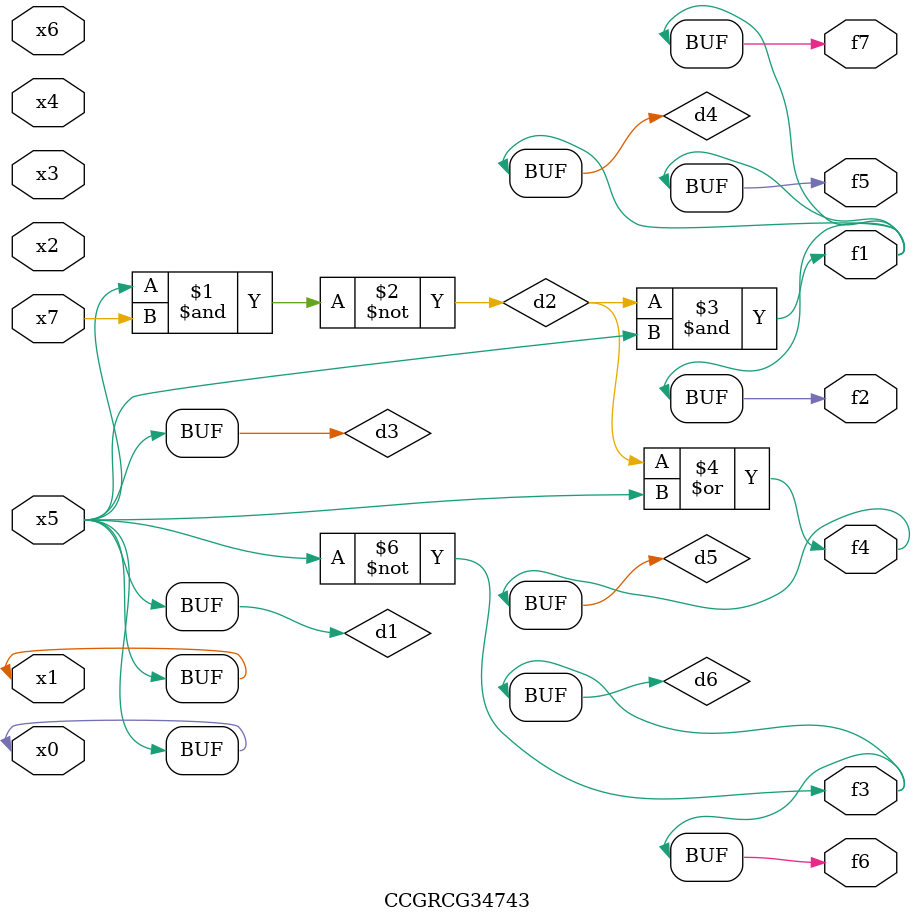
<source format=v>
module CCGRCG34743(
	input x0, x1, x2, x3, x4, x5, x6, x7,
	output f1, f2, f3, f4, f5, f6, f7
);

	wire d1, d2, d3, d4, d5, d6;

	buf (d1, x0, x5);
	nand (d2, x5, x7);
	buf (d3, x0, x1);
	and (d4, d2, d3);
	or (d5, d2, d3);
	nor (d6, d1, d3);
	assign f1 = d4;
	assign f2 = d4;
	assign f3 = d6;
	assign f4 = d5;
	assign f5 = d4;
	assign f6 = d6;
	assign f7 = d4;
endmodule

</source>
